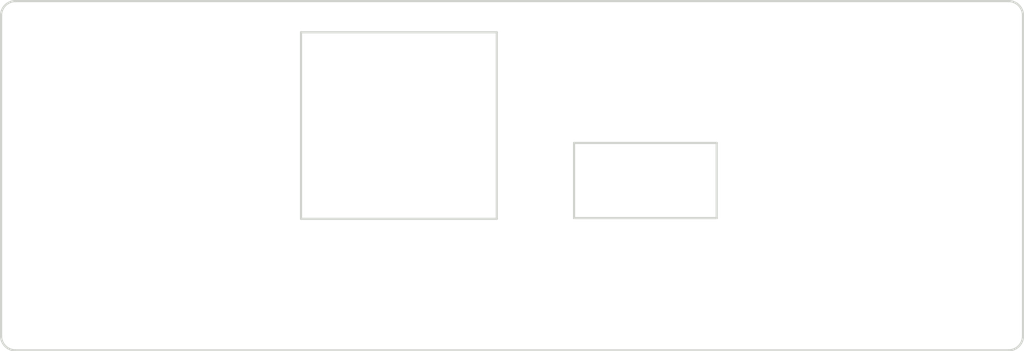
<source format=kicad_pcb>
(kicad_pcb (version 4) (host pcbnew no-vcs-found-product)

  (general
    (links 0)
    (no_connects 0)
    (area 28.924999 75.624999 100.075001 100.075001)
    (thickness 1.6)
    (drawings 16)
    (tracks 0)
    (zones 0)
    (modules 0)
    (nets 1)
  )

  (page A4)
  (layers
    (0 F.Cu signal)
    (31 B.Cu signal hide)
    (32 B.Adhes user hide)
    (33 F.Adhes user hide)
    (34 B.Paste user hide)
    (35 F.Paste user hide)
    (36 B.SilkS user hide)
    (37 F.SilkS user hide)
    (38 B.Mask user hide)
    (39 F.Mask user hide)
    (40 Dwgs.User user hide)
    (41 Cmts.User user hide)
    (42 Eco1.User user hide)
    (43 Eco2.User user hide)
    (44 Edge.Cuts user)
    (45 Margin user hide)
    (46 B.CrtYd user hide)
    (47 F.CrtYd user hide)
    (48 B.Fab user hide)
    (49 F.Fab user hide)
  )

  (setup
    (last_trace_width 0.25)
    (trace_clearance 0.2)
    (zone_clearance 0.508)
    (zone_45_only no)
    (trace_min 0.2)
    (segment_width 0.2)
    (edge_width 0.15)
    (via_size 0.6)
    (via_drill 0.4)
    (via_min_size 0.4)
    (via_min_drill 0.3)
    (uvia_size 0.3)
    (uvia_drill 0.1)
    (uvias_allowed no)
    (uvia_min_size 0.2)
    (uvia_min_drill 0.1)
    (pcb_text_width 0.3)
    (pcb_text_size 1.5 1.5)
    (mod_edge_width 0.15)
    (mod_text_size 1 1)
    (mod_text_width 0.15)
    (pad_size 1.524 1.524)
    (pad_drill 0.762)
    (pad_to_mask_clearance 0.2)
    (aux_axis_origin 0 0)
    (visible_elements FFFFFF7F)
    (pcbplotparams
      (layerselection 0x01000_7ffffffe)
      (usegerberextensions false)
      (excludeedgelayer true)
      (linewidth 0.100000)
      (plotframeref false)
      (viasonmask false)
      (mode 1)
      (useauxorigin false)
      (hpglpennumber 1)
      (hpglpenspeed 20)
      (hpglpendiameter 15)
      (psnegative false)
      (psa4output false)
      (plotreference true)
      (plotvalue true)
      (plotinvisibletext false)
      (padsonsilk false)
      (subtractmaskfromsilk false)
      (outputformat 1)
      (mirror false)
      (drillshape 0)
      (scaleselection 1)
      (outputdirectory gerber/))
  )

  (net 0 "")

  (net_class Default "This is the default net class."
    (clearance 0.2)
    (trace_width 0.25)
    (via_dia 0.6)
    (via_drill 0.4)
    (uvia_dia 0.3)
    (uvia_drill 0.1)
  )

  (gr_line (start 68.81 90.8) (end 68.81 85.57) (angle 90) (layer Edge.Cuts) (width 0.15))
  (gr_line (start 78.72 90.8) (end 78.72 85.57) (angle 90) (layer Edge.Cuts) (width 0.15))
  (gr_line (start 68.81 85.57) (end 78.72 85.57) (angle 90) (layer Edge.Cuts) (width 0.15))
  (gr_line (start 68.81 90.8) (end 78.72 90.8) (angle 90) (layer Edge.Cuts) (width 0.15))
  (gr_line (start 49.84 90.85) (end 49.84 77.87) (angle 90) (layer Edge.Cuts) (width 0.15))
  (gr_line (start 49.84 77.87) (end 63.44 77.87) (angle 90) (layer Edge.Cuts) (width 0.15))
  (gr_line (start 63.44 90.85) (end 63.44 77.87) (angle 90) (layer Edge.Cuts) (width 0.15))
  (gr_line (start 49.84 90.85) (end 63.44 90.85) (angle 90) (layer Edge.Cuts) (width 0.15))
  (gr_arc (start 30 99) (end 30 100) (angle 90) (layer Edge.Cuts) (width 0.15))
  (gr_arc (start 99 99) (end 100 99) (angle 90) (layer Edge.Cuts) (width 0.15))
  (gr_arc (start 99 76.7) (end 99 75.7) (angle 90) (layer Edge.Cuts) (width 0.15))
  (gr_arc (start 30 76.7) (end 29 76.7) (angle 90) (layer Edge.Cuts) (width 0.15))
  (gr_line (start 29 99) (end 29 76.7) (angle 90) (layer Edge.Cuts) (width 0.15))
  (gr_line (start 99 100) (end 30 100) (angle 90) (layer Edge.Cuts) (width 0.15))
  (gr_line (start 100 76.7) (end 100 99) (angle 90) (layer Edge.Cuts) (width 0.15))
  (gr_line (start 30 75.7) (end 99 75.7) (angle 90) (layer Edge.Cuts) (width 0.15))

)

</source>
